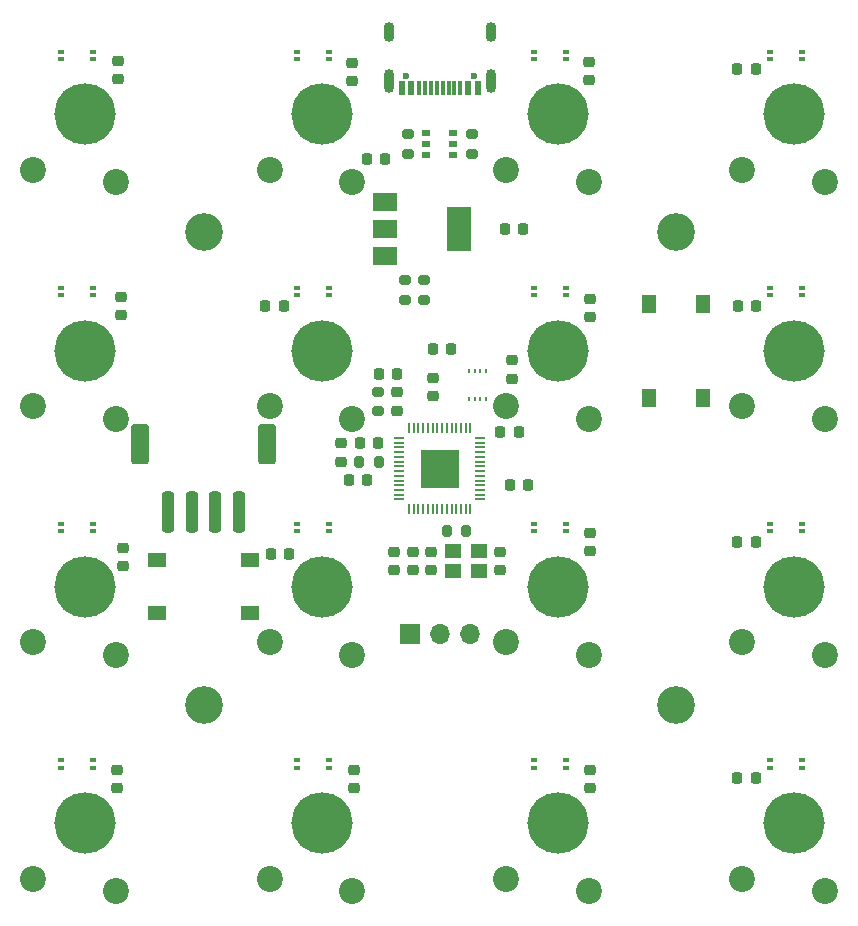
<source format=gbr>
%TF.GenerationSoftware,KiCad,Pcbnew,7.0.8-7.0.8~ubuntu22.04.1*%
%TF.CreationDate,2023-10-30T19:30:10-07:00*%
%TF.ProjectId,buttons,62757474-6f6e-4732-9e6b-696361645f70,rev?*%
%TF.SameCoordinates,Original*%
%TF.FileFunction,Soldermask,Bot*%
%TF.FilePolarity,Negative*%
%FSLAX46Y46*%
G04 Gerber Fmt 4.6, Leading zero omitted, Abs format (unit mm)*
G04 Created by KiCad (PCBNEW 7.0.8-7.0.8~ubuntu22.04.1) date 2023-10-30 19:30:10*
%MOMM*%
%LPD*%
G01*
G04 APERTURE LIST*
G04 Aperture macros list*
%AMRoundRect*
0 Rectangle with rounded corners*
0 $1 Rounding radius*
0 $2 $3 $4 $5 $6 $7 $8 $9 X,Y pos of 4 corners*
0 Add a 4 corners polygon primitive as box body*
4,1,4,$2,$3,$4,$5,$6,$7,$8,$9,$2,$3,0*
0 Add four circle primitives for the rounded corners*
1,1,$1+$1,$2,$3*
1,1,$1+$1,$4,$5*
1,1,$1+$1,$6,$7*
1,1,$1+$1,$8,$9*
0 Add four rect primitives between the rounded corners*
20,1,$1+$1,$2,$3,$4,$5,0*
20,1,$1+$1,$4,$5,$6,$7,0*
20,1,$1+$1,$6,$7,$8,$9,0*
20,1,$1+$1,$8,$9,$2,$3,0*%
G04 Aperture macros list end*
%ADD10C,5.200000*%
%ADD11C,2.200000*%
%ADD12C,3.200000*%
%ADD13RoundRect,0.100000X-0.150000X-0.100000X0.150000X-0.100000X0.150000X0.100000X-0.150000X0.100000X0*%
%ADD14RoundRect,0.050000X0.387500X0.050000X-0.387500X0.050000X-0.387500X-0.050000X0.387500X-0.050000X0*%
%ADD15RoundRect,0.050000X0.050000X0.387500X-0.050000X0.387500X-0.050000X-0.387500X0.050000X-0.387500X0*%
%ADD16R,3.200000X3.200000*%
%ADD17R,1.700000X1.700000*%
%ADD18O,1.700000X1.700000*%
%ADD19R,0.700000X0.510000*%
%ADD20R,1.550000X1.300000*%
%ADD21RoundRect,0.225000X0.250000X-0.225000X0.250000X0.225000X-0.250000X0.225000X-0.250000X-0.225000X0*%
%ADD22RoundRect,0.225000X-0.225000X-0.250000X0.225000X-0.250000X0.225000X0.250000X-0.225000X0.250000X0*%
%ADD23C,0.600000*%
%ADD24R,0.600000X1.160000*%
%ADD25R,0.300000X1.160000*%
%ADD26O,0.900000X1.700000*%
%ADD27O,0.900000X2.000000*%
%ADD28RoundRect,0.225000X0.225000X0.250000X-0.225000X0.250000X-0.225000X-0.250000X0.225000X-0.250000X0*%
%ADD29RoundRect,0.200000X-0.275000X0.200000X-0.275000X-0.200000X0.275000X-0.200000X0.275000X0.200000X0*%
%ADD30RoundRect,0.225000X-0.250000X0.225000X-0.250000X-0.225000X0.250000X-0.225000X0.250000X0.225000X0*%
%ADD31RoundRect,0.200000X0.275000X-0.200000X0.275000X0.200000X-0.275000X0.200000X-0.275000X-0.200000X0*%
%ADD32R,1.300000X1.550000*%
%ADD33R,2.000000X1.500000*%
%ADD34R,2.000000X3.800000*%
%ADD35RoundRect,0.218750X-0.256250X0.218750X-0.256250X-0.218750X0.256250X-0.218750X0.256250X0.218750X0*%
%ADD36RoundRect,0.050000X0.075000X-0.100000X0.075000X0.100000X-0.075000X0.100000X-0.075000X-0.100000X0*%
%ADD37RoundRect,0.250000X-0.250000X-1.500000X0.250000X-1.500000X0.250000X1.500000X-0.250000X1.500000X0*%
%ADD38RoundRect,0.250001X-0.499999X-1.449999X0.499999X-1.449999X0.499999X1.449999X-0.499999X1.449999X0*%
%ADD39R,1.400000X1.200000*%
%ADD40RoundRect,0.200000X0.200000X0.275000X-0.200000X0.275000X-0.200000X-0.275000X0.200000X-0.275000X0*%
G04 APERTURE END LIST*
D10*
%TO.C,SW9*%
X120000000Y-110000000D03*
D11*
X115600000Y-114700000D03*
X122600000Y-115750000D03*
%TD*%
D10*
%TO.C,SW15*%
X160000000Y-130000000D03*
D11*
X155600000Y-134700000D03*
X162600000Y-135750000D03*
%TD*%
D10*
%TO.C,SW6*%
X140000000Y-90000000D03*
D11*
X135600000Y-94700000D03*
X142600000Y-95750000D03*
%TD*%
D10*
%TO.C,SW5*%
X120000000Y-90000000D03*
D11*
X115600000Y-94700000D03*
X122600000Y-95750000D03*
%TD*%
D12*
%TO.C,H2*%
X170000000Y-80000000D03*
%TD*%
D10*
%TO.C,SW1*%
X120000000Y-70000000D03*
D11*
X115600000Y-74700000D03*
X122600000Y-75750000D03*
%TD*%
D10*
%TO.C,SW7*%
X160000000Y-90000000D03*
D11*
X155600000Y-94700000D03*
X162600000Y-95750000D03*
%TD*%
D10*
%TO.C,SW14*%
X140000000Y-130000000D03*
D11*
X135600000Y-134700000D03*
X142600000Y-135750000D03*
%TD*%
D10*
%TO.C,SW12*%
X180000000Y-110000000D03*
D11*
X175600000Y-114700000D03*
X182600000Y-115750000D03*
%TD*%
D12*
%TO.C,H3*%
X130000000Y-120000000D03*
%TD*%
D10*
%TO.C,SW8*%
X180000000Y-90000000D03*
D11*
X175600000Y-94700000D03*
X182600000Y-95750000D03*
%TD*%
D10*
%TO.C,SW11*%
X160000000Y-110000000D03*
D11*
X155600000Y-114700000D03*
X162600000Y-115750000D03*
%TD*%
D12*
%TO.C,H1*%
X130000000Y-80000000D03*
%TD*%
D10*
%TO.C,SW16*%
X180000000Y-130000000D03*
D11*
X175600000Y-134700000D03*
X182600000Y-135750000D03*
%TD*%
D10*
%TO.C,SW4*%
X180000000Y-70000000D03*
D11*
X175600000Y-74700000D03*
X182600000Y-75750000D03*
%TD*%
D10*
%TO.C,SW10*%
X140000000Y-110000000D03*
D11*
X135600000Y-114700000D03*
X142600000Y-115750000D03*
%TD*%
D12*
%TO.C,H4*%
X170000000Y-120000000D03*
%TD*%
D10*
%TO.C,SW3*%
X160000000Y-70000000D03*
D11*
X155600000Y-74700000D03*
X162600000Y-75750000D03*
%TD*%
D10*
%TO.C,SW2*%
X140000000Y-70000000D03*
D11*
X135600000Y-74700000D03*
X142600000Y-75750000D03*
%TD*%
D10*
%TO.C,SW13*%
X120000000Y-130000000D03*
D11*
X115600000Y-134700000D03*
X122600000Y-135750000D03*
%TD*%
D13*
%TO.C,D3*%
X160650000Y-65300000D03*
X160650000Y-64700000D03*
X157950000Y-64700000D03*
X157950000Y-65300000D03*
%TD*%
D14*
%TO.C,U1*%
X153437500Y-97400000D03*
X153437500Y-97800000D03*
X153437500Y-98200000D03*
X153437500Y-98600000D03*
X153437500Y-99000000D03*
X153437500Y-99400000D03*
X153437500Y-99800000D03*
X153437500Y-100200000D03*
X153437500Y-100600000D03*
X153437500Y-101000000D03*
X153437500Y-101400000D03*
X153437500Y-101800000D03*
X153437500Y-102200000D03*
X153437500Y-102600000D03*
D15*
X152600000Y-103437500D03*
X152200000Y-103437500D03*
X151800000Y-103437500D03*
X151400000Y-103437500D03*
X151000000Y-103437500D03*
X150600000Y-103437500D03*
X150200000Y-103437500D03*
X149800000Y-103437500D03*
X149400000Y-103437500D03*
X149000000Y-103437500D03*
X148600000Y-103437500D03*
X148200000Y-103437500D03*
X147800000Y-103437500D03*
X147400000Y-103437500D03*
D14*
X146562500Y-102600000D03*
X146562500Y-102200000D03*
X146562500Y-101800000D03*
X146562500Y-101400000D03*
X146562500Y-101000000D03*
X146562500Y-100600000D03*
X146562500Y-100200000D03*
X146562500Y-99800000D03*
X146562500Y-99400000D03*
X146562500Y-99000000D03*
X146562500Y-98600000D03*
X146562500Y-98200000D03*
X146562500Y-97800000D03*
X146562500Y-97400000D03*
D15*
X147400000Y-96562500D03*
X147800000Y-96562500D03*
X148200000Y-96562500D03*
X148600000Y-96562500D03*
X149000000Y-96562500D03*
X149400000Y-96562500D03*
X149800000Y-96562500D03*
X150200000Y-96562500D03*
X150600000Y-96562500D03*
X151000000Y-96562500D03*
X151400000Y-96562500D03*
X151800000Y-96562500D03*
X152200000Y-96562500D03*
X152600000Y-96562500D03*
D16*
X150000000Y-100000000D03*
%TD*%
D17*
%TO.C,J3*%
X147475000Y-114000000D03*
D18*
X150015000Y-114000000D03*
X152555000Y-114000000D03*
%TD*%
D19*
%TO.C,U3*%
X151160000Y-71550000D03*
X151160000Y-72500000D03*
X151160000Y-73450000D03*
X148840000Y-73450000D03*
X148840000Y-72500000D03*
X148840000Y-71550000D03*
%TD*%
D20*
%TO.C,SW17*%
X133975000Y-112250000D03*
X133975000Y-107750000D03*
X126025000Y-112250000D03*
X126025000Y-107750000D03*
%TD*%
D21*
%TO.C,C11*%
X162700000Y-107000000D03*
X162700000Y-105450000D03*
%TD*%
D22*
%TO.C,C28*%
X155925000Y-101400000D03*
X157475000Y-101400000D03*
%TD*%
D13*
%TO.C,D11*%
X160650000Y-105300000D03*
X160650000Y-104700000D03*
X157950000Y-104700000D03*
X157950000Y-105300000D03*
%TD*%
D23*
%TO.C,J2*%
X147110000Y-66725000D03*
X152890000Y-66725000D03*
D24*
X146800000Y-67785000D03*
X147600000Y-67785000D03*
D25*
X148750000Y-67785000D03*
X149750000Y-67785000D03*
X150250000Y-67785000D03*
X151250000Y-67785000D03*
D24*
X152400000Y-67785000D03*
X153200000Y-67785000D03*
X153200000Y-67785000D03*
X152400000Y-67785000D03*
D25*
X151750000Y-67785000D03*
X150750000Y-67785000D03*
X149250000Y-67785000D03*
X148250000Y-67785000D03*
D24*
X147600000Y-67785000D03*
X146800000Y-67785000D03*
D26*
X145680000Y-63035000D03*
D27*
X145680000Y-67205000D03*
D26*
X154320000Y-63035000D03*
D27*
X154320000Y-67205000D03*
%TD*%
D13*
%TO.C,D13*%
X120650000Y-125300000D03*
X120650000Y-124700000D03*
X117950000Y-124700000D03*
X117950000Y-125300000D03*
%TD*%
D28*
%TO.C,C17*%
X145375000Y-73800000D03*
X143825000Y-73800000D03*
%TD*%
D29*
%TO.C,R7*%
X147100000Y-84050000D03*
X147100000Y-85700000D03*
%TD*%
D13*
%TO.C,D2*%
X140650000Y-65300000D03*
X140650000Y-64700000D03*
X137950000Y-64700000D03*
X137950000Y-65300000D03*
%TD*%
D22*
%TO.C,C16*%
X175200000Y-126200000D03*
X176750000Y-126200000D03*
%TD*%
D21*
%TO.C,C14*%
X142700000Y-127050000D03*
X142700000Y-125500000D03*
%TD*%
D13*
%TO.C,D16*%
X180650000Y-125300000D03*
X180650000Y-124700000D03*
X177950000Y-124700000D03*
X177950000Y-125300000D03*
%TD*%
D30*
%TO.C,C21*%
X149300000Y-107025000D03*
X149300000Y-108575000D03*
%TD*%
D21*
%TO.C,C2*%
X142600000Y-67200000D03*
X142600000Y-65650000D03*
%TD*%
D22*
%TO.C,C27*%
X155125000Y-96900000D03*
X156675000Y-96900000D03*
%TD*%
D13*
%TO.C,D8*%
X180650000Y-85300000D03*
X180650000Y-84700000D03*
X177950000Y-84700000D03*
X177950000Y-85300000D03*
%TD*%
%TO.C,D6*%
X140650000Y-85300000D03*
X140650000Y-84700000D03*
X137950000Y-84700000D03*
X137950000Y-85300000D03*
%TD*%
D21*
%TO.C,C3*%
X162600000Y-67075000D03*
X162600000Y-65525000D03*
%TD*%
D13*
%TO.C,D10*%
X140650000Y-105300000D03*
X140650000Y-104700000D03*
X137950000Y-104700000D03*
X137950000Y-105300000D03*
%TD*%
D31*
%TO.C,R4*%
X144800000Y-95125000D03*
X144800000Y-93475000D03*
%TD*%
D21*
%TO.C,C20*%
X155100000Y-108575000D03*
X155100000Y-107025000D03*
%TD*%
%TO.C,C1*%
X122800000Y-67000000D03*
X122800000Y-65450000D03*
%TD*%
D13*
%TO.C,D12*%
X180650000Y-105300000D03*
X180650000Y-104700000D03*
X177950000Y-104700000D03*
X177950000Y-105300000D03*
%TD*%
D22*
%TO.C,C25*%
X144825000Y-92000000D03*
X146375000Y-92000000D03*
%TD*%
D32*
%TO.C,SW18*%
X167750000Y-93975000D03*
X172250000Y-93975000D03*
X167750000Y-86025000D03*
X172250000Y-86025000D03*
%TD*%
D21*
%TO.C,C7*%
X162700000Y-87175000D03*
X162700000Y-85625000D03*
%TD*%
%TO.C,C15*%
X162700000Y-127050000D03*
X162700000Y-125500000D03*
%TD*%
D13*
%TO.C,D1*%
X120650000Y-65300000D03*
X120650000Y-64700000D03*
X117950000Y-64700000D03*
X117950000Y-65300000D03*
%TD*%
D22*
%TO.C,C8*%
X175225000Y-86200000D03*
X176775000Y-86200000D03*
%TD*%
D13*
%TO.C,D4*%
X180650000Y-65300000D03*
X180650000Y-64700000D03*
X177950000Y-64700000D03*
X177950000Y-65300000D03*
%TD*%
D30*
%TO.C,C29*%
X147700000Y-107025000D03*
X147700000Y-108575000D03*
%TD*%
D13*
%TO.C,D5*%
X120650000Y-85300000D03*
X120650000Y-84700000D03*
X117950000Y-84700000D03*
X117950000Y-85300000D03*
%TD*%
D30*
%TO.C,C19*%
X156100000Y-90825000D03*
X156100000Y-92375000D03*
%TD*%
D28*
%TO.C,C24*%
X150975000Y-89900000D03*
X149425000Y-89900000D03*
%TD*%
D33*
%TO.C,U4*%
X145350000Y-82000000D03*
D34*
X151650000Y-79700000D03*
D33*
X145350000Y-77400000D03*
X145350000Y-79700000D03*
%TD*%
D35*
%TO.C,D17*%
X141650000Y-97862500D03*
X141650000Y-99437500D03*
%TD*%
D36*
%TO.C,U2*%
X153950000Y-94100000D03*
X153450000Y-94100000D03*
X152950000Y-94100000D03*
X152450000Y-94100000D03*
X152450000Y-91700000D03*
X152950000Y-91700000D03*
X153450000Y-91700000D03*
X153950000Y-91700000D03*
%TD*%
D13*
%TO.C,D14*%
X140650000Y-125300000D03*
X140650000Y-124700000D03*
X137950000Y-124700000D03*
X137950000Y-125300000D03*
%TD*%
D30*
%TO.C,C23*%
X146100000Y-107025000D03*
X146100000Y-108575000D03*
%TD*%
D13*
%TO.C,D15*%
X160650000Y-125300000D03*
X160650000Y-124700000D03*
X157950000Y-124700000D03*
X157950000Y-125300000D03*
%TD*%
D29*
%TO.C,R2*%
X147300000Y-71675000D03*
X147300000Y-73325000D03*
%TD*%
D21*
%TO.C,C26*%
X149400000Y-93875000D03*
X149400000Y-92325000D03*
%TD*%
D22*
%TO.C,C10*%
X135725000Y-107250000D03*
X137275000Y-107250000D03*
%TD*%
%TO.C,C6*%
X135225000Y-86200000D03*
X136775000Y-86200000D03*
%TD*%
D28*
%TO.C,C31*%
X144775000Y-97850000D03*
X143225000Y-97850000D03*
%TD*%
D21*
%TO.C,C5*%
X123000000Y-87025000D03*
X123000000Y-85475000D03*
%TD*%
D28*
%TO.C,C30*%
X143875000Y-100950000D03*
X142325000Y-100950000D03*
%TD*%
D22*
%TO.C,C12*%
X175200000Y-106200000D03*
X176750000Y-106200000D03*
%TD*%
D29*
%TO.C,R1*%
X152700000Y-71675000D03*
X152700000Y-73325000D03*
%TD*%
%TO.C,R6*%
X148650000Y-84050000D03*
X148650000Y-85700000D03*
%TD*%
D37*
%TO.C,J1*%
X127000000Y-103650000D03*
X129000000Y-103650000D03*
X131000000Y-103650000D03*
X133000000Y-103650000D03*
D38*
X124650000Y-97900000D03*
X135350000Y-97900000D03*
%TD*%
D39*
%TO.C,Y1*%
X151100000Y-106950000D03*
X153300000Y-106950000D03*
X153300000Y-108650000D03*
X151100000Y-108650000D03*
%TD*%
D21*
%TO.C,C13*%
X122700000Y-127075000D03*
X122700000Y-125525000D03*
%TD*%
D40*
%TO.C,R3*%
X152225000Y-105300000D03*
X150575000Y-105300000D03*
%TD*%
D22*
%TO.C,C4*%
X175200000Y-66200000D03*
X176750000Y-66200000D03*
%TD*%
D21*
%TO.C,C22*%
X146400000Y-95075000D03*
X146400000Y-93525000D03*
%TD*%
D22*
%TO.C,C18*%
X155500000Y-79700000D03*
X157050000Y-79700000D03*
%TD*%
D40*
%TO.C,R5*%
X144825000Y-99400000D03*
X143175000Y-99400000D03*
%TD*%
D13*
%TO.C,D9*%
X120650000Y-105300000D03*
X120650000Y-104700000D03*
X117950000Y-104700000D03*
X117950000Y-105300000D03*
%TD*%
D21*
%TO.C,C9*%
X123200000Y-108225000D03*
X123200000Y-106675000D03*
%TD*%
D13*
%TO.C,D7*%
X160650000Y-85300000D03*
X160650000Y-84700000D03*
X157950000Y-84700000D03*
X157950000Y-85300000D03*
%TD*%
M02*

</source>
